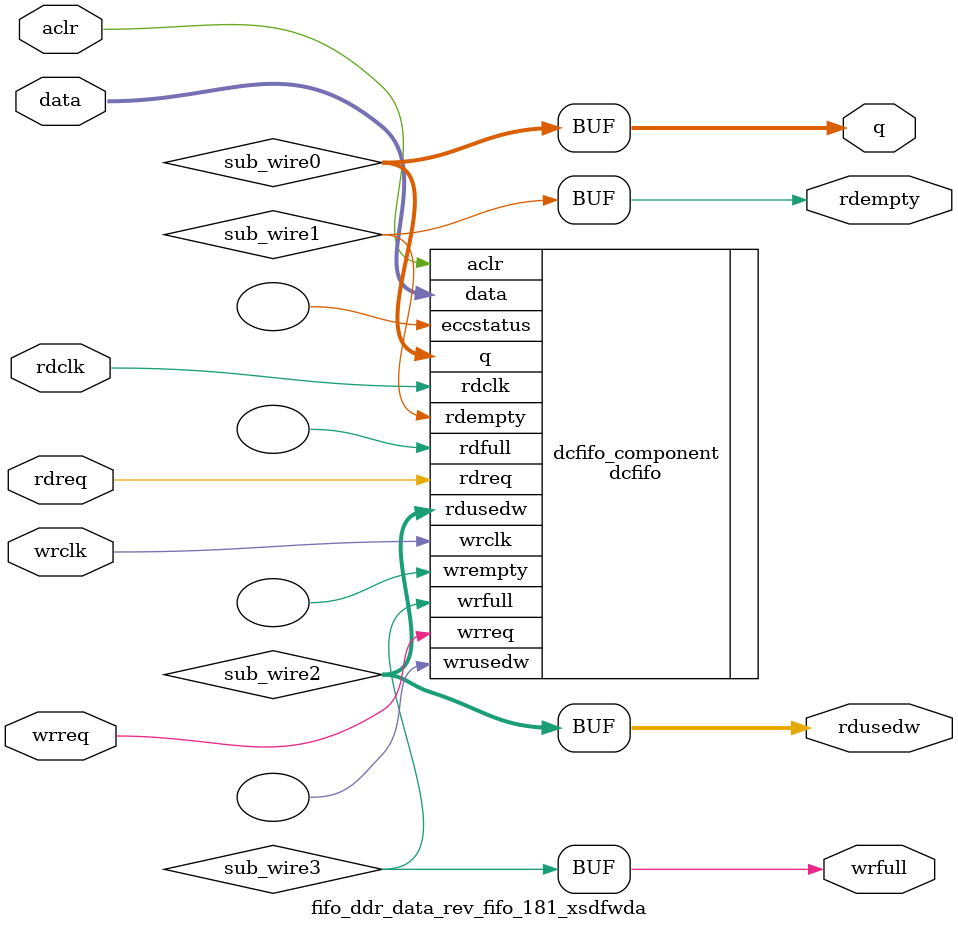
<source format=v>



`timescale 1 ps / 1 ps
// synopsys translate_on
module  fifo_ddr_data_rev_fifo_181_xsdfwda  (
    aclr,
    data,
    rdclk,
    rdreq,
    wrclk,
    wrreq,
    q,
    rdempty,
    rdusedw,
    wrfull);

    input    aclr;
    input  [511:0]  data;
    input    rdclk;
    input    rdreq;
    input    wrclk;
    input    wrreq;
    output [511:0]  q;
    output   rdempty;
    output [10:0]  rdusedw;
    output   wrfull;
`ifndef ALTERA_RESERVED_QIS
// synopsys translate_off
`endif
    tri0     aclr;
`ifndef ALTERA_RESERVED_QIS
// synopsys translate_on
`endif

    wire [511:0] sub_wire0;
    wire  sub_wire1;
    wire [10:0] sub_wire2;
    wire  sub_wire3;
    wire [511:0] q = sub_wire0[511:0];
    wire  rdempty = sub_wire1;
    wire [10:0] rdusedw = sub_wire2[10:0];
    wire  wrfull = sub_wire3;

    dcfifo  dcfifo_component (
                .aclr (aclr),
                .data (data),
                .rdclk (rdclk),
                .rdreq (rdreq),
                .wrclk (wrclk),
                .wrreq (wrreq),
                .q (sub_wire0),
                .rdempty (sub_wire1),
                .rdusedw (sub_wire2),
                .wrfull (sub_wire3),
                .eccstatus (),
                .rdfull (),
                .wrempty (),
                .wrusedw ());
    defparam
        dcfifo_component.enable_ecc  = "FALSE",
        dcfifo_component.intended_device_family  = "Arria 10",
        dcfifo_component.lpm_hint  = "DISABLE_DCFIFO_EMBEDDED_TIMING_CONSTRAINT=TRUE",
        dcfifo_component.lpm_numwords  = 2048,
        dcfifo_component.lpm_showahead  = "ON",
        dcfifo_component.lpm_type  = "dcfifo",
        dcfifo_component.lpm_width  = 512,
        dcfifo_component.lpm_widthu  = 11,
        dcfifo_component.overflow_checking  = "ON",
        dcfifo_component.rdsync_delaypipe  = 4,
        dcfifo_component.read_aclr_synch  = "OFF",
        dcfifo_component.underflow_checking  = "ON",
        dcfifo_component.use_eab  = "ON",
        dcfifo_component.write_aclr_synch  = "OFF",
        dcfifo_component.wrsync_delaypipe  = 4;


endmodule



</source>
